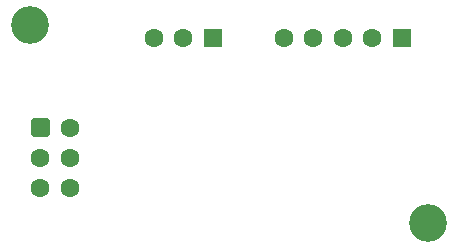
<source format=gbs>
%TF.GenerationSoftware,KiCad,Pcbnew,(5.1.10)-1*%
%TF.CreationDate,2022-07-24T21:09:46+02:00*%
%TF.ProjectId,PCB,5043422e-6b69-4636-9164-5f7063625858,rev?*%
%TF.SameCoordinates,Original*%
%TF.FileFunction,Soldermask,Bot*%
%TF.FilePolarity,Negative*%
%FSLAX46Y46*%
G04 Gerber Fmt 4.6, Leading zero omitted, Abs format (unit mm)*
G04 Created by KiCad (PCBNEW (5.1.10)-1) date 2022-07-24 21:09:46*
%MOMM*%
%LPD*%
G01*
G04 APERTURE LIST*
%ADD10C,3.200000*%
%ADD11C,1.600000*%
%ADD12R,1.600000X1.600000*%
G04 APERTURE END LIST*
D10*
%TO.C,MH1*%
X141100000Y-122100000D03*
%TD*%
%TO.C,MH2*%
X174800000Y-138900000D03*
%TD*%
D11*
%TO.C,J1*%
X144540000Y-135880000D03*
X144540000Y-133340000D03*
X144540000Y-130800000D03*
X142000000Y-135880000D03*
X142000000Y-133340000D03*
G36*
G01*
X141200000Y-131364800D02*
X141200000Y-130235200D01*
G75*
G02*
X141435200Y-130000000I235200J0D01*
G01*
X142564800Y-130000000D01*
G75*
G02*
X142800000Y-130235200I0J-235200D01*
G01*
X142800000Y-131364800D01*
G75*
G02*
X142564800Y-131600000I-235200J0D01*
G01*
X141435200Y-131600000D01*
G75*
G02*
X141200000Y-131364800I0J235200D01*
G01*
G37*
%TD*%
%TO.C,J3*%
X162600000Y-123200000D03*
X165100000Y-123200000D03*
X167600000Y-123200000D03*
X170100000Y-123200000D03*
D12*
X172600000Y-123200000D03*
%TD*%
%TO.C,J2*%
X156600000Y-123200000D03*
D11*
X154100000Y-123200000D03*
X151600000Y-123200000D03*
%TD*%
M02*

</source>
